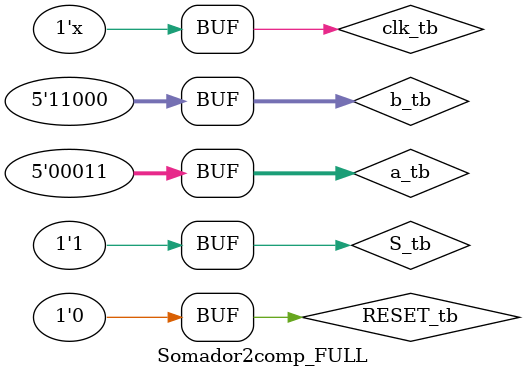
<source format=v>
`timescale 10ns/100ps

module Somador2comp_FULL();

parameter N = 5;

reg clk_tb, S_tb, RESET_tb;
wire loadAB_tb, // load nos registradores A, B e os sinais de A e de B
    loadmagAB_tb,  //faz o laod dos valores de A e de B convertidos de complemento de 2
    compmag_tb, //compara as magnitudes de A e de B
    compsigns_tb, //Compara os sinais de A e de B
    add_sub_tb, //reliza a soma ou a subtrada
    loadres_tb, //faz o load do resultado
    done_tb; //indica que esta pronto

Somador2comp_UC UC( .clk(clk_tb), .S(S_tb), .RESET(RESET_tb), .loadAB(loadAB_tb), .loadmagAB(loadmagAB_tb), .compmag(compmag_tb), .compsigns(compsigns_tb), .add_sub(add_sub_tb),  .loadres(loadres_tb), .done(done_tb));

reg [N-1:0] a_tb, b_tb;
wire [N:0] result_tb;

Somador2comp_FD FD(.a(a_tb), .b(b_tb), .clk(clk_tb), .RESET(RESET_tb), 
    .loadAB(loadAB_tb), .loadmagAB(loadmagAB_tb), .comp_mag(compmag_tb),
    .comp_sinais(compsigns_tb), .soma_sub(add_sub_tb),  .loadRES(loadres_tb),
    .result(result_tb));


initial begin
    $monitor("a = %b  || b = %b  || loadAB  = %d || loadmagAB = %d || compmag = %d || comp_sinais = %d || soma_sub = %d || loadres = %d || result = %b ", a_tb,b_tb, loadAB_tb, loadmagAB_tb, compmag_tb, compsigns_tb, add_sub_tb, loadres_tb, result_tb);

    S_tb = 1;
    RESET_tb = 1;
    clk_tb = 0;
    #20
    RESET_tb = 0;
    #10
    a_tb = 3;
    b_tb = -8;
end

always begin
    #10 clk_tb = ~clk_tb;
end



endmodule
</source>
